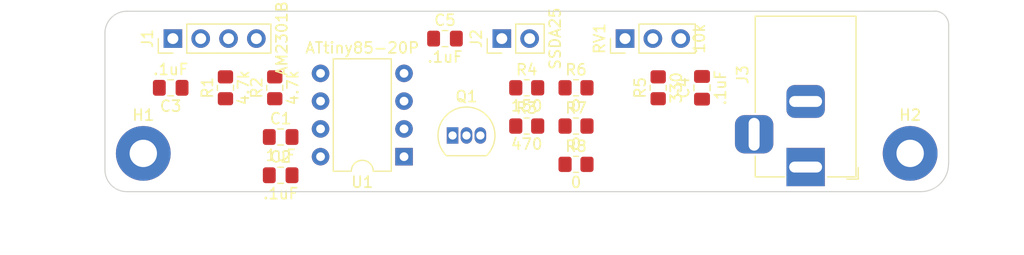
<source format=kicad_pcb>
(kicad_pcb (version 20211014) (generator pcbnew)
  (layers (0 "F.Cu" signal) (31 "B.Cu" signal) (34 "B.Paste" user) (35 "F.Paste" user) (36 "B.SilkS" user "B.Silkscreen") (37 "F.SilkS" user "F.Silkscreen") (38 "B.Mask" user) (39 "F.Mask" user) (44 "Edge.Cuts" user))
  (net 0 "")
  (net 1 "VCC")
  (net 2 "GND")
  (net 3 "/SDA")
  (net 4 "/SCL")
  (net 5 "Net-(J2-Pad1)")
  (net 6 "Net-(J2-Pad2)")
  (net 7 "Net-(Q1-Pad2)")
  (net 8 "Net-(Q1-Pad3)")
  (net 9 "Net-(U1-Pad3)")
  (net 10 "Net-(RV1-Pad3)")
  (net 11 "Net-(RV1-Pad2)")
  (footprint "Capacitor_SMD:C_0805_2012Metric_Pad1.18x1.45mm_HandSolder" (layer "F.Cu") (at 127.5375 89.5)
    (fp_text reference "C5" (at 0 -1.68) (layer "F.SilkS"))
    (fp_text value ".1uF" (at 0 1.68) (layer "F.SilkS"))
    (fp_line (start -0.261252 0.735) (end 0.261252 0.735) (layer "F.SilkS") (width 0.12))
    (fp_line (start -0.261252 -0.735) (end 0.261252 -0.735) (layer "F.SilkS") (width 0.12))
    (pad "1" smd roundrect (at -1.0375 0) (size 1.175 1.45) (layers "F.Cu" "F.Paste" "F.Mask") (roundrect_rratio 0.212766) (net 1 "VCC"))
    (pad "2" smd roundrect (at 1.0375 0) (size 1.175 1.45) (layers "F.Cu" "F.Paste" "F.Mask") (roundrect_rratio 0.212766) (net 2 "GND"))
  )
  (footprint "Capacitor_SMD:C_0805_2012Metric_Pad1.18x1.45mm_HandSolder" (layer "F.Cu") (at 112.5375 102)
    (fp_text reference "C2" (at 0 -1.68) (layer "F.SilkS"))
    (fp_text value ".1uF" (at 0 1.68) (layer "F.SilkS"))
    (fp_line (start -0.261252 -0.735) (end 0.261252 -0.735) (layer "F.SilkS") (width 0.12))
    (fp_line (start -0.261252 0.735) (end 0.261252 0.735) (layer "F.SilkS") (width 0.12))
    (pad "1" smd roundrect (at -1.0375 0) (size 1.175 1.45) (layers "F.Cu" "F.Paste" "F.Mask") (roundrect_rratio 0.212766) (net 1 "VCC"))
    (pad "2" smd roundrect (at 1.0375 0) (size 1.175 1.45) (layers "F.Cu" "F.Paste" "F.Mask") (roundrect_rratio 0.212766) (net 2 "GND"))
  )
  (footprint "Connector_PinHeader_2.54mm:PinHeader_1x04_P2.54mm_Vertical" (layer "F.Cu") (at 102.7 89.5 90)
    (fp_text reference "J1" (at 0 -2.33 90) (layer "F.SilkS"))
    (fp_text value "AM2301B" (at 0 9.95 90) (layer "F.SilkS"))
    (fp_line (start -1.33 -1.33) (end 0 -1.33) (layer "F.SilkS") (width 0.12))
    (fp_line (start -1.33 0) (end -1.33 -1.33) (layer "F.SilkS") (width 0.12))
    (fp_line (start -1.33 1.27) (end 1.33 1.27) (layer "F.SilkS") (width 0.12))
    (fp_line (start -1.33 1.27) (end -1.33 8.95) (layer "F.SilkS") (width 0.12))
    (fp_line (start -1.33 8.95) (end 1.33 8.95) (layer "F.SilkS") (width 0.12))
    (fp_line (start 1.33 1.27) (end 1.33 8.95) (layer "F.SilkS") (width 0.12))
    (pad "1" thru_hole rect (at 0 0 90) (size 1.7 1.7) (drill 1) (layers *.Cu *.Mask) (net 1 "VCC"))
    (pad "2" thru_hole oval (at 0 2.54 90) (size 1.7 1.7) (drill 1) (layers *.Cu *.Mask) (net 3 "/SDA"))
    (pad "3" thru_hole oval (at 0 5.08 90) (size 1.7 1.7) (drill 1) (layers *.Cu *.Mask) (net 4 "/SCL"))
    (pad "4" thru_hole oval (at 0 7.62 90) (size 1.7 1.7) (drill 1) (layers *.Cu *.Mask) (net 2 "GND"))
  )
  (footprint "Package_TO_SOT_THT:TO-92_Inline" (layer "F.Cu") (at 128.23 98.36)
    (fp_text reference "Q1" (at 1.27 -3.56) (layer "F.SilkS"))
    (fp_text value "Q_NPN_EBC")
    (fp_line (start -0.53 1.85) (end 3.07 1.85) (layer "F.SilkS") (width 0.12))
    (fp_arc (start 1.27 -2.6) (mid 3.672087 -0.994977) (end 3.108478 1.838478) (layer "F.SilkS") (width 0.12))
    (fp_arc (start -0.568478 1.838478) (mid -1.132087 -0.994977) (end 1.27 -2.6) (layer "F.SilkS") (width 0.12))
    (pad "1" thru_hole rect (at 0 0) (size 1.05 1.5) (drill 0.75) (layers *.Cu *.Mask) (net 2 "GND"))
    (pad "2" thru_hole oval (at 1.27 0) (size 1.05 1.5) (drill 0.75) (layers *.Cu *.Mask) (net 7 "Net-(Q1-Pad2)"))
    (pad "3" thru_hole oval (at 2.54 0) (size 1.05 1.5) (drill 0.75) (layers *.Cu *.Mask) (net 8 "Net-(Q1-Pad3)"))
  )
  (footprint "Resistor_SMD:R_0805_2012Metric_Pad1.20x1.40mm_HandSolder" (layer "F.Cu") (at 107.5 94 90)
    (fp_text reference "R1" (at 0 -1.65 90) (layer "F.SilkS"))
    (fp_text value "4.7k" (at 0 1.65 90) (layer "F.SilkS"))
    (fp_line (start -0.227064 0.735) (end 0.227064 0.735) (layer "F.SilkS") (width 0.12))
    (fp_line (start -0.227064 -0.735) (end 0.227064 -0.735) (layer "F.SilkS") (width 0.12))
    (pad "1" smd roundrect (at -1 0 90) (size 1.2 1.4) (layers "F.Cu" "F.Paste" "F.Mask") (roundrect_rratio 0.208333) (net 1 "VCC"))
    (pad "2" smd roundrect (at 1 0 90) (size 1.2 1.4) (layers "F.Cu" "F.Paste" "F.Mask") (roundrect_rratio 0.208333) (net 4 "/SCL"))
  )
  (footprint "MountingHole:MountingHole_2.5mm_Pad" (layer "F.Cu") (at 170 100)
    (fp_text reference "H2" (at 0 -3.5) (layer "F.SilkS"))
    (fp_text value "MountingHole_Pad")
    (pad "1" thru_hole circle (at 0 0) (size 5 5) (drill 2.5) (layers *.Cu *.Mask) (net 2 "GND"))
  )
  (footprint "Connector_PinHeader_2.54mm:PinHeader_1x02_P2.54mm_Vertical" (layer "F.Cu") (at 132.725 89.5 90)
    (fp_text reference "J2" (at 0 -2.33 90) (layer "F.SilkS"))
    (fp_text value "SSDA25" (at 0 4.87 90) (layer "F.SilkS"))
    (fp_line (start 1.33 1.27) (end 1.33 3.87) (layer "F.SilkS") (width 0.12))
    (fp_line (start -1.33 3.87) (end 1.33 3.87) (layer "F.SilkS") (width 0.12))
    (fp_line (start -1.33 -1.33) (end 0 -1.33) (layer "F.SilkS") (width 0.12))
    (fp_line (start -1.33 1.27) (end 1.33 1.27) (layer "F.SilkS") (width 0.12))
    (fp_line (start -1.33 0) (end -1.33 -1.33) (layer "F.SilkS") (width 0.12))
    (fp_line (start -1.33 1.27) (end -1.33 3.87) (layer "F.SilkS") (width 0.12))
    (pad "1" thru_hole rect (at 0 0 90) (size 1.7 1.7) (drill 1) (layers *.Cu *.Mask) (net 5 "Net-(J2-Pad1)"))
    (pad "2" thru_hole oval (at 0 2.54 90) (size 1.7 1.7) (drill 1) (layers *.Cu *.Mask) (net 6 "Net-(J2-Pad2)"))
  )
  (footprint "Resistor_SMD:R_0805_2012Metric_Pad1.20x1.40mm_HandSolder" (layer "F.Cu") (at 135 97.5)
    (fp_text reference "R3" (at 0 -1.65) (layer "F.SilkS"))
    (fp_text value "470" (at 0 1.65) (layer "F.SilkS"))
    (fp_line (start -0.227064 -0.735) (end 0.227064 -0.735) (layer "F.SilkS") (width 0.12))
    (fp_line (start -0.227064 0.735) (end 0.227064 0.735) (layer "F.SilkS") (width 0.12))
    (pad "1" smd roundrect (at -1 0) (size 1.2 1.4) (layers "F.Cu" "F.Paste" "F.Mask") (roundrect_rratio 0.208333) (net 9 "Net-(U1-Pad3)"))
    (pad "2" smd roundrect (at 1 0) (size 1.2 1.4) (layers "F.Cu" "F.Paste" "F.Mask") (roundrect_rratio 0.208333) (net 7 "Net-(Q1-Pad2)"))
  )
  (footprint "Resistor_SMD:R_0805_2012Metric_Pad1.20x1.40mm_HandSolder" (layer "F.Cu") (at 139.5 97.5)
    (fp_text reference "R7" (at 0 -1.65) (layer "F.SilkS"))
    (fp_text value "0" (at 0 1.65) (layer "F.SilkS"))
    (fp_line (start -0.227064 0.735) (end 0.227064 0.735) (layer "F.SilkS") (width 0.12))
    (fp_line (start -0.227064 -0.735) (end 0.227064 -0.735) (layer "F.SilkS") (width 0.12))
    (pad "1" smd roundrect (at -1 0) (size 1.2 1.4) (layers "F.Cu" "F.Paste" "F.Mask") (roundrect_rratio 0.208333) (net 6 "Net-(J2-Pad2)"))
    (pad "2" smd roundrect (at 1 0) (size 1.2 1.4) (layers "F.Cu" "F.Paste" "F.Mask") (roundrect_rratio 0.208333) (net 8 "Net-(Q1-Pad3)"))
  )
  (footprint "Capacitor_SMD:C_0805_2012Metric_Pad1.18x1.45mm_HandSolder" (layer "F.Cu") (at 151 94 90)
    (fp_text reference "C4" (at 0 -1.68 90) (layer "F.SilkS"))
    (fp_text value ".1uF" (at 0 1.68 90) (layer "F.SilkS"))
    (fp_line (start -0.261252 0.735) (end 0.261252 0.735) (layer "F.SilkS") (width 0.12))
    (fp_line (start -0.261252 -0.735) (end 0.261252 -0.735) (layer "F.SilkS") (width 0.12))
    (pad "1" smd roundrect (at -1.0375 0 90) (size 1.175 1.45) (layers "F.Cu" "F.Paste" "F.Mask") (roundrect_rratio 0.212766) (net 1 "VCC"))
    (pad "2" smd roundrect (at 1.0375 0 90) (size 1.175 1.45) (layers "F.Cu" "F.Paste" "F.Mask") (roundrect_rratio 0.212766) (net 2 "GND"))
  )
  (footprint "Resistor_SMD:R_0805_2012Metric_Pad1.20x1.40mm_HandSolder" (layer "F.Cu") (at 147 94 90)
    (fp_text reference "R5" (at 0 -1.65 90) (layer "F.SilkS"))
    (fp_text value "330" (at 0 1.65 90) (layer "F.SilkS"))
    (fp_line (start -0.227064 -0.735) (end 0.227064 -0.735) (layer "F.SilkS") (width 0.12))
    (fp_line (start -0.227064 0.735) (end 0.227064 0.735) (layer "F.SilkS") (width 0.12))
    (pad "1" smd roundrect (at -1 0 90) (size 1.2 1.4) (layers "F.Cu" "F.Paste" "F.Mask") (roundrect_rratio 0.208333) (net 1 "VCC"))
    (pad "2" smd roundrect (at 1 0 90) (size 1.2 1.4) (layers "F.Cu" "F.Paste" "F.Mask") (roundrect_rratio 0.208333) (net 10 "Net-(RV1-Pad3)"))
  )
  (footprint "MountingHole:MountingHole_2.5mm_Pad" (layer "F.Cu") (at 100 100)
    (fp_text reference "H1" (at 0 -3.5) (layer "F.SilkS"))
    (fp_text value "MountingHole_Pad")
    (pad "1" thru_hole circle (at 0 0) (size 5 5) (drill 2.5) (layers *.Cu *.Mask) (net 2 "GND"))
  )
  (footprint "Capacitor_SMD:C_0805_2012Metric_Pad1.18x1.45mm_HandSolder" (layer "F.Cu") (at 112.5375 98.5)
    (fp_text reference "C1" (at 0 -1.68) (layer "F.SilkS"))
    (fp_text value "1uF" (at 0 1.68) (layer "F.SilkS"))
    (fp_line (start -0.261252 -0.735) (end 0.261252 -0.735) (layer "F.SilkS") (width 0.12))
    (fp_line (start -0.261252 0.735) (end 0.261252 0.735) (layer "F.SilkS") (width 0.12))
    (pad "1" smd roundrect (at -1.0375 0) (size 1.175 1.45) (layers "F.Cu" "F.Paste" "F.Mask") (roundrect_rratio 0.212766) (net 1 "VCC"))
    (pad "2" smd roundrect (at 1.0375 0) (size 1.175 1.45) (layers "F.Cu" "F.Paste" "F.Mask") (roundrect_rratio 0.212766) (net 2 "GND"))
  )
  (footprint "Package_DIP:DIP-8_W7.62mm" (layer "F.Cu") (at 123.8 100.3 180)
    (fp_text reference "U1" (at 3.81 -2.33) (layer "F.SilkS"))
    (fp_text value "ATtiny85-20P" (at 3.81 9.95) (layer "F.SilkS"))
    (fp_line (start 2.81 -1.33) (end 1.16 -1.33) (layer "F.SilkS") (width 0.12))
    (fp_line (start 6.46 8.95) (end 6.46 -1.33) (layer "F.SilkS") (width 0.12))
    (fp_line (start 1.16 -1.33) (end 1.16 8.95) (layer "F.SilkS") (width 0.12))
    (fp_line (start 1.16 8.95) (end 6.46 8.95) (layer "F.SilkS") (width 0.12))
    (fp_line (start 6.46 -1.33) (end 4.81 -1.33) (layer "F.SilkS") (width 0.12))
    (fp_arc (start 4.81 -1.33) (mid 3.81 -0.33) (end 2.81 -1.33) (layer "F.SilkS") (width 0.12))
    (pad "1" thru_hole rect (at 0 0 180) (size 1.6 1.6) (drill 0.8) (layers *.Cu *.Mask))
    (pad "2" thru_hole oval (at 0 2.54 180) (size 1.6 1.6) (drill 0.8) (layers *.Cu *.Mask) (net 11 "Net-(RV1-Pad2)"))
    (pad "3" thru_hole oval (at 0 5.08 180) (size 1.6 1.6) (drill 0.8) (layers *.Cu *.Mask) (net 9 "Net-(U1-Pad3)"))
    (pad "4" thru_hole oval (at 0 7.62 180) (size 1.6 1.6) (drill 0.8) (layers *.Cu *.Mask) (net 2 "GND"))
    (pad "5" thru_hole oval (at 7.62 7.62 180) (size 1.6 1.6) (drill 0.8) (layers *.Cu *.Mask) (net 3 "/SDA"))
    (pad "6" thru_hole oval (at 7.62 5.08 180) (size 1.6 1.6) (drill 0.8) (layers *.Cu *.Mask))
    (pad "7" thru_hole oval (at 7.62 2.54 180) (size 1.6 1.6) (drill 0.8) (layers *.Cu *.Mask) (net 4 "/SCL"))
    (pad "8" thru_hole oval (at 7.62 0 180) (size 1.6 1.6) (drill 0.8) (layers *.Cu *.Mask) (net 1 "VCC"))
  )
  (footprint "Resistor_SMD:R_0805_2012Metric_Pad1.20x1.40mm_HandSolder" (layer "F.Cu") (at 139.5 94)
    (fp_text reference "R6" (at 0 -1.65) (layer "F.SilkS"))
    (fp_text value "0" (at 0 1.65) (layer "F.SilkS"))
    (fp_line (start -0.227064 0.735) (end 0.227064 0.735) (layer "F.SilkS") (width 0.12))
    (fp_line (start -0.227064 -0.735) (end 0.227064 -0.735) (layer "F.SilkS") (width 0.12))
    (pad "1" smd roundrect (at -1 0) (size 1.2 1.4) (layers "F.Cu" "F.Paste" "F.Mask") (roundrect_rratio 0.208333) (net 5 "Net-(J2-Pad1)"))
    (pad "2" smd roundrect (at 1 0) (size 1.2 1.4) (layers "F.Cu" "F.Paste" "F.Mask") (roundrect_rratio 0.208333) (net 8 "Net-(Q1-Pad3)"))
  )
  (footprint "Resistor_SMD:R_0805_2012Metric_Pad1.20x1.40mm_HandSolder" (layer "F.Cu") (at 112 94 90)
    (fp_text reference "R2" (at 0 -1.65 90) (layer "F.SilkS"))
    (fp_text value "4.7k" (at 0 1.65 90) (layer "F.SilkS"))
    (fp_line (start -0.227064 0.735) (end 0.227064 0.735) (layer "F.SilkS") (width 0.12))
    (fp_line (start -0.227064 -0.735) (end 0.227064 -0.735) (layer "F.SilkS") (width 0.12))
    (pad "1" smd roundrect (at -1 0 90) (size 1.2 1.4) (layers "F.Cu" "F.Paste" "F.Mask") (roundrect_rratio 0.208333) (net 1 "VCC"))
    (pad "2" smd roundrect (at 1 0 90) (size 1.2 1.4) (layers "F.Cu" "F.Paste" "F.Mask") (roundrect_rratio 0.208333) (net 3 "/SDA"))
  )
  (footprint "Capacitor_SMD:C_0805_2012Metric_Pad1.18x1.45mm_HandSolder" (layer "F.Cu") (at 102.5 94 180)
    (fp_text reference "C3" (at 0 -1.68) (layer "F.SilkS"))
    (fp_text value ".1uF" (at 0 1.68) (layer "F.SilkS"))
    (fp_line (start -0.261252 -0.735) (end 0.261252 -0.735) (layer "F.SilkS") (width 0.12))
    (fp_line (start -0.261252 0.735) (end 0.261252 0.735) (layer "F.SilkS") (width 0.12))
    (pad "1" smd roundrect (at -1.0375 0 180) (size 1.175 1.45) (layers "F.Cu" "F.Paste" "F.Mask") (roundrect_rratio 0.212766) (net 1 "VCC"))
    (pad "2" smd roundrect (at 1.0375 0 180) (size 1.175 1.45) (layers "F.Cu" "F.Paste" "F.Mask") (roundrect_rratio 0.212766) (net 2 "GND"))
  )
  (footprint "Connector_BarrelJack:BarrelJack_Horizontal" (layer "F.Cu") (at 160.4575 101.25 -90)
    (fp_text reference "J3" (at -8.45 5.75 90) (layer "F.SilkS"))
    (fp_text value "Barrel_Jack_Switch")
    (fp_line (start -5 4.6) (end -13.8 4.6) (layer "F.SilkS") (width 0.12))
    (fp_line (start 0.9 1.9) (end 0.9 4.6) (layer "F.SilkS") (width 0.12))
    (fp_line (start 1.1 -3.75) (end 1.1 -4.8) (layer "F.SilkS") (width 0.12))
    (fp_line (start 0.9 -4.6) (end 0.9 -2) (layer "F.SilkS") (width 0.12))
    (fp_line (start 0.9 4.6) (end -1 4.6) (layer "F.SilkS") (width 0.12))
    (fp_line (start -13.8 -4.6) (end 0.9 -4.6) (layer "F.SilkS") (width 0.12))
    (fp_line (start -13.8 4.6) (end -13.8 -4.6) (layer "F.SilkS") (width 0.12))
    (fp_line (start 0.05 -4.8) (end 1.1 -4.8) (layer "F.SilkS") (width 0.12))
    (pad "1" thru_hole rect (at 0 0 270) (size 3.5 3.5) (drill oval 1 3) (layers *.Cu *.Mask) (net 1 "VCC"))
    (pad "2" thru_hole roundrect (at -6 0 270) (size 3 3.5) (drill oval 1 3) (layers *.Cu *.Mask) (net 2 "GND"))
    (pad "3" thru_hole roundrect (at -3 4.7 270) (size 3.5 3.5) (drill oval 3 1) (layers *.Cu *.Mask) (net 2 "GND"))
  )
  (footprint "Resistor_SMD:R_0805_2012Metric_Pad1.20x1.40mm_HandSolder" (layer "F.Cu") (at 135 94)
    (fp_text reference "R4" (at 0 -1.65) (layer "F.SilkS"))
    (fp_text value "150" (at 0 1.65) (layer "F.SilkS"))
    (fp_line (start -0.227064 0.735) (end 0.227064 0.735) (layer "F.SilkS") (width 0.12))
    (fp_line (start -0.227064 -0.735) (end 0.227064 -0.735) (layer "F.SilkS") (width 0.12))
    (pad "1" smd roundrect (at -1 0) (size 1.2 1.4) (layers "F.Cu" "F.Paste" "F.Mask") (roundrect_rratio 0.208333) (net 1 "VCC"))
    (pad "2" smd roundrect (at 1 0) (size 1.2 1.4) (layers "F.Cu" "F.Paste" "F.Mask") (roundrect_rratio 0.208333) (net 5 "Net-(J2-Pad1)"))
  )
  (footprint "Resistor_SMD:R_0805_2012Metric_Pad1.20x1.40mm_HandSolder" (layer "F.Cu") (at 139.5 101)
    (fp_text reference "R8" (at 0 -1.65) (layer "F.SilkS"))
    (fp_text value "0" (at 0 1.65) (layer "F.SilkS"))
    (fp_line (start -0.227064 -0.735) (end 0.227064 -0.735) (layer "F.SilkS") (width 0.12))
    (fp_line (start -0.227064 0.735) (end 0.227064 0.735) (layer "F.SilkS") (width 0.12))
    (pad "1" smd roundrect (at -1 0) (size 1.2 1.4) (layers "F.Cu" "F.Paste" "F.Mask") (roundrect_rratio 0.208333) (net 2 "GND"))
    (pad "2" smd roundrect (at 1 0) (size 1.2 1.4) (layers "F.Cu" "F.Paste" "F.Mask") (roundrect_rratio 0.208333) (net 6 "Net-(J2-Pad2)"))
  )
  (footprint "Connector_PinHeader_2.54mm:PinHeader_1x03_P2.54mm_Vertical" (layer "F.Cu") (at 143.975 89.5 90)
    (fp_text reference "RV1" (at 0 -2.33 90) (layer "F.SilkS"))
    (fp_text value "10k" (at 0 6.785 90) (layer "F.SilkS"))
    (fp_line (start -1.33 6.41) (end 1.33 6.41) (layer "F.SilkS") (width 0.12))
    (fp_line (start -1.33 0) (end -1.33 -1.33) (layer "F.SilkS") (width 0.12))
    (fp_line (start -1.33 1.27) (end -1.33 6.41) (layer "F.SilkS") (width 0.12))
    (fp_line (start -1.33 -1.33) (end 0 -1.33) (layer "F.SilkS") (width 0.12))
    (fp_line (start -1.33 1.27) (end 1.33 1.27) (layer "F.SilkS") (width 0.12))
    (fp_line (start 1.33 1.27) (end 1.33 6.41) (layer "F.SilkS") (width 0.12))
    (pad "1" thru_hole rect (at 0 0 90) (size 1.7 1.7) (drill 1) (layers *.Cu *.Mask) (net 2 "GND"))
    (pad "2" thru_hole oval (at 0 2.54 90) (size 1.7 1.7) (drill 1) (layers *.Cu *.Mask) (net 11 "Net-(RV1-Pad2)"))
    (pad "3" thru_hole oval (at 0 5.08 90) (size 1.7 1.7) (drill 1) (layers *.Cu *.Mask) (net 10 "Net-(RV1-Pad3)"))
  )
  (gr_line (start 173.513827 88.265) (end 173.513827 100.965) (layer "Edge.Cuts") (width 0.1))
  (gr_line (start 98.5 87) (end 172.235 87) (layer "Edge.Cuts") (width 0.1))
  (gr_arc (start 172.235 86.986173) (mid 173.139267 87.360733) (end 173.513827 88.265) (layer "Edge.Cuts") (width 0.1))
  (gr_arc (start 98.5 103.5) (mid 97.085786 102.914214) (end 96.5 101.5) (layer "Edge.Cuts") (width 0.1))
  (gr_line (start 98.5 103.5) (end 170.965 103.5) (layer "Edge.Cuts") (width 0.1))
  (gr_line (start 96.5 89) (end 96.5 101.5) (layer "Edge.Cuts") (width 0.1))
  (gr_arc (start 173.5 100.965) (mid 172.757516 102.757516) (end 170.965 103.5) (layer "Edge.Cuts") (width 0.1))
  (gr_arc (start 96.5 89) (mid 97.085786 87.585786) (end 98.5 87) (layer "Edge.Cuts") (width 0.1))
)
</source>
